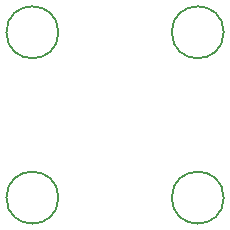
<source format=gbr>
%TF.GenerationSoftware,KiCad,Pcbnew,6.0.10+dfsg-1~bpo11+1*%
%TF.CreationDate,2023-02-10T23:49:39+00:00*%
%TF.ProjectId,kicad-automation-test,6b696361-642d-4617-9574-6f6d6174696f,rev?*%
%TF.SameCoordinates,Original*%
%TF.FileFunction,Other,Comment*%
%FSLAX46Y46*%
G04 Gerber Fmt 4.6, Leading zero omitted, Abs format (unit mm)*
G04 Created by KiCad (PCBNEW 6.0.10+dfsg-1~bpo11+1) date 2023-02-10 23:49:39*
%MOMM*%
%LPD*%
G01*
G04 APERTURE LIST*
%ADD10C,0.150000*%
G04 APERTURE END LIST*
D10*
%TO.C,H1*%
X150200000Y-83000000D02*
G75*
G03*
X150200000Y-83000000I-2200000J0D01*
G01*
%TO.C,H2*%
X150200000Y-97000000D02*
G75*
G03*
X150200000Y-97000000I-2200000J0D01*
G01*
%TO.C,H3*%
X136200000Y-83000000D02*
G75*
G03*
X136200000Y-83000000I-2200000J0D01*
G01*
%TO.C,H4*%
X136200000Y-97000000D02*
G75*
G03*
X136200000Y-97000000I-2200000J0D01*
G01*
%TD*%
M02*

</source>
